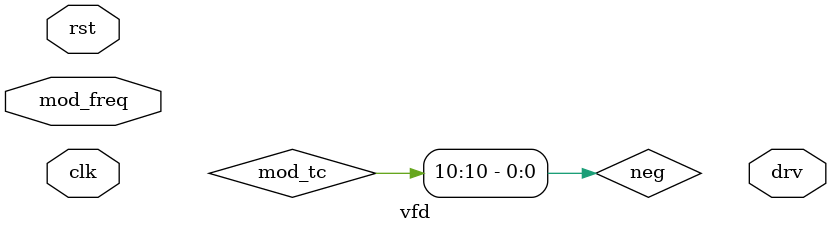
<source format=sv>
module vfd #(
  parameter NCO_LUT_ADDR_BITS  = 8,  
  parameter NCO_LUT_DATA_BITS  = 8,  
  parameter NCO_PHASE_ACC_BITS = 24,
  parameter VFD_MOD_FREQ_BITS  = 8,
  parameter MOD_BITS           = 10,
  parameter REF_CLK_HZ         = 200000,
  parameter LUT_FILENAME = "nco_lut.txt"

)
(
  input logic clk,
  input logic rst,

  input [VFD_MOD_FREQ_BITS-1:0] mod_freq,
  
  output logic [1:0] drv
);


logic signed [MOD_BITS:0] mod_tc;
logic signed [MOD_BITS-1:0] mod;



nco #(
  .LUT_ADDR_BITS  (8),  // Time precision
  .LUT_DATA_BITS  (MOD_BITS),  // Amplitude precision ( half wave )
  .PHASE_ACC_BITS (24),  // Phase accumulator size
  .LUT_FILENAME   (LUT_FILENAME)

) nco_inst (
  .clk (clk),
  .rst (rst),

  .phase_inc (1000),

  .I (mod_tc),
  .Q (),
  .phase_acc () // phase accumulator stores 2 bits to determine sine quarter period number
);
 
assign pos = ~mod_tc[MOD_BITS];
assign neg = mod_tc[MOD_BITS];

assign mod = mod_tc[MOD_BITS] ? ~mod_tc[MOD_BITS-1:0] + 1 : mod_tc[MOD_BITS-1:0];

fixed_driver #(
	.REF_CLK_HZ  (REF_CLK_HZ),
	.MIN_FREQ_HZ (1),
	.MAX_FREQ_HZ (100000),
	.DUTY_BITS   (MOD_BITS-1),
	.PHASE_SCALE (360)
) driver_inst (
	.clk     (clk),
	.rst     (rst),

	.freq    (10000),
	.duty    (mod),
	.phase   (180),
	.pos     (pos),
	.neg     (neg),

	.drv0_en (drv0_en),
	.drv0    (drv0),

	.drv1_en (drv1_en),
	.drv1    (drv1)
);

endmodule
</source>
